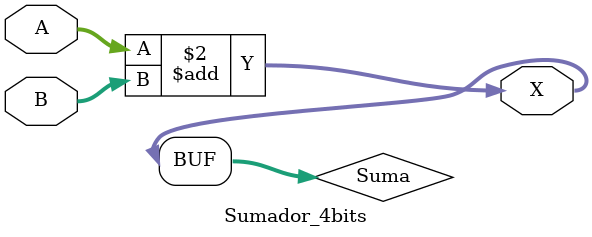
<source format=v>
module Sumador_4bits(
    input wire [3:0] A,
    input wire [3:0] B,
    output reg [4:0] X
);

  reg [4:0] Suma; // Variable temporal para almacenar el resultado de la suma

  always @(A,B) begin
    Suma = A + B;
    X = Suma[4:0]; // Asignar el resultado a la salida X de 4 bits
  end

endmodule

</source>
